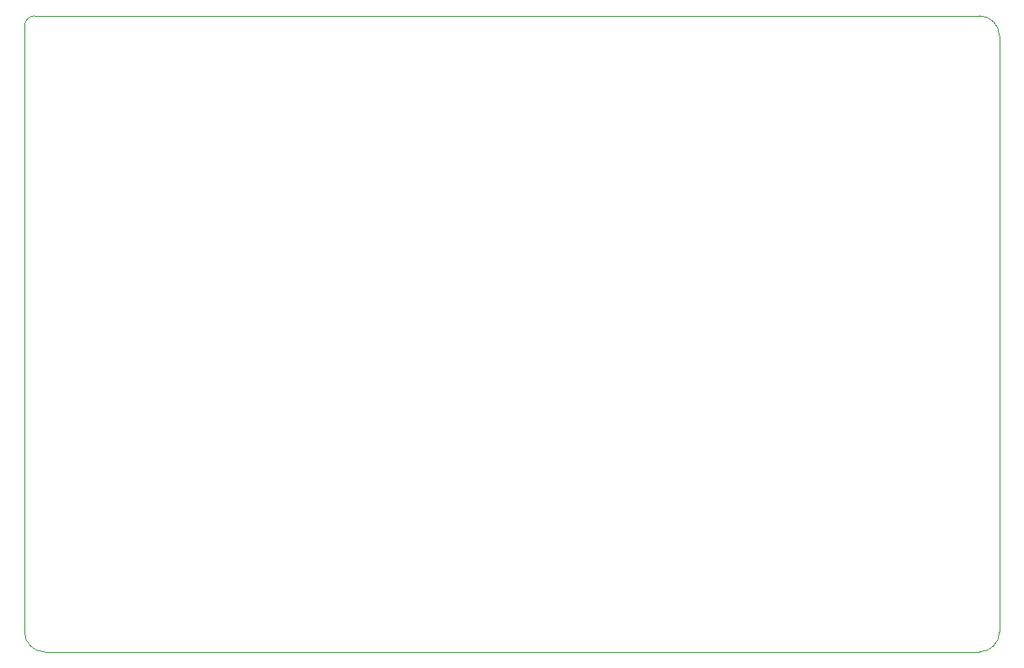
<source format=gm1>
G04 #@! TF.GenerationSoftware,KiCad,Pcbnew,5.1.5-1.fc30*
G04 #@! TF.CreationDate,2020-01-13T20:30:00-05:00*
G04 #@! TF.ProjectId,dot,646f742e-6b69-4636-9164-5f7063625858,rev?*
G04 #@! TF.SameCoordinates,Original*
G04 #@! TF.FileFunction,Profile,NP*
%FSLAX46Y46*%
G04 Gerber Fmt 4.6, Leading zero omitted, Abs format (unit mm)*
G04 Created by KiCad (PCBNEW 5.1.5-1.fc30) date 2020-01-13 20:30:00*
%MOMM*%
%LPD*%
G04 APERTURE LIST*
%ADD10C,0.050000*%
G04 APERTURE END LIST*
D10*
X150000000Y-64000000D02*
G75*
G03X148000000Y-62000000I-2000000J0D01*
G01*
X52000000Y-63000000D02*
G75*
G02X53000000Y-62000000I1000000J0D01*
G01*
X52000000Y-124000000D02*
G75*
G03X54000000Y-126000000I2000000J0D01*
G01*
X148000000Y-126000000D02*
G75*
G03X150000000Y-124000000I0J2000000D01*
G01*
X52000000Y-63000000D02*
X52000000Y-124000000D01*
X148000000Y-62000000D02*
X53000000Y-62000000D01*
X150000000Y-124000000D02*
X150000000Y-64000000D01*
X54000000Y-126000000D02*
X148000000Y-126000000D01*
M02*

</source>
